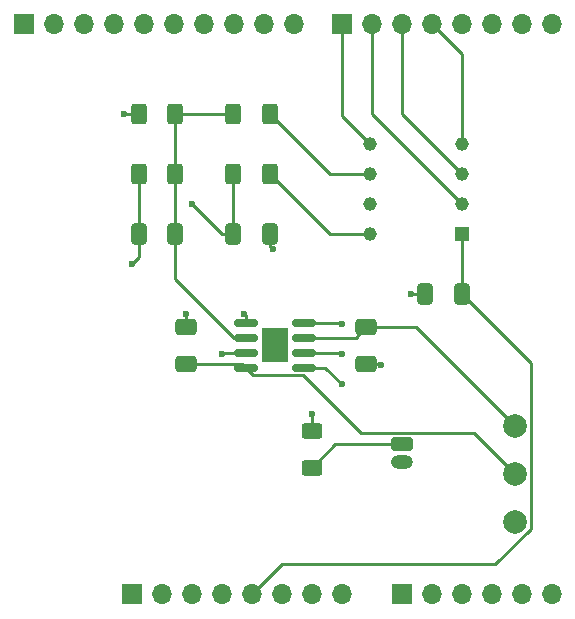
<source format=gbr>
%TF.GenerationSoftware,KiCad,Pcbnew,7.0.11-7.0.11~ubuntu22.04.1*%
%TF.CreationDate,2024-03-05T16:18:52-05:00*%
%TF.ProjectId,PCB,5043422e-6b69-4636-9164-5f7063625858,rev?*%
%TF.SameCoordinates,Original*%
%TF.FileFunction,Copper,L1,Top*%
%TF.FilePolarity,Positive*%
%FSLAX46Y46*%
G04 Gerber Fmt 4.6, Leading zero omitted, Abs format (unit mm)*
G04 Created by KiCad (PCBNEW 7.0.11-7.0.11~ubuntu22.04.1) date 2024-03-05 16:18:52*
%MOMM*%
%LPD*%
G01*
G04 APERTURE LIST*
G04 Aperture macros list*
%AMRoundRect*
0 Rectangle with rounded corners*
0 $1 Rounding radius*
0 $2 $3 $4 $5 $6 $7 $8 $9 X,Y pos of 4 corners*
0 Add a 4 corners polygon primitive as box body*
4,1,4,$2,$3,$4,$5,$6,$7,$8,$9,$2,$3,0*
0 Add four circle primitives for the rounded corners*
1,1,$1+$1,$2,$3*
1,1,$1+$1,$4,$5*
1,1,$1+$1,$6,$7*
1,1,$1+$1,$8,$9*
0 Add four rect primitives between the rounded corners*
20,1,$1+$1,$2,$3,$4,$5,0*
20,1,$1+$1,$4,$5,$6,$7,0*
20,1,$1+$1,$6,$7,$8,$9,0*
20,1,$1+$1,$8,$9,$2,$3,0*%
G04 Aperture macros list end*
%TA.AperFunction,ComponentPad*%
%ADD10R,1.700000X1.700000*%
%TD*%
%TA.AperFunction,ComponentPad*%
%ADD11O,1.700000X1.700000*%
%TD*%
%TA.AperFunction,ComponentPad*%
%ADD12C,2.000000*%
%TD*%
%TA.AperFunction,SMDPad,CuDef*%
%ADD13RoundRect,0.250000X-0.400000X-0.625000X0.400000X-0.625000X0.400000X0.625000X-0.400000X0.625000X0*%
%TD*%
%TA.AperFunction,SMDPad,CuDef*%
%ADD14RoundRect,0.250000X0.400000X0.625000X-0.400000X0.625000X-0.400000X-0.625000X0.400000X-0.625000X0*%
%TD*%
%TA.AperFunction,ComponentPad*%
%ADD15R,1.159000X1.159000*%
%TD*%
%TA.AperFunction,ComponentPad*%
%ADD16C,1.159000*%
%TD*%
%TA.AperFunction,SMDPad,CuDef*%
%ADD17RoundRect,0.250000X-0.625000X0.400000X-0.625000X-0.400000X0.625000X-0.400000X0.625000X0.400000X0*%
%TD*%
%TA.AperFunction,SMDPad,CuDef*%
%ADD18RoundRect,0.250000X0.412500X0.650000X-0.412500X0.650000X-0.412500X-0.650000X0.412500X-0.650000X0*%
%TD*%
%TA.AperFunction,SMDPad,CuDef*%
%ADD19RoundRect,0.250000X-0.650000X0.412500X-0.650000X-0.412500X0.650000X-0.412500X0.650000X0.412500X0*%
%TD*%
%TA.AperFunction,SMDPad,CuDef*%
%ADD20RoundRect,0.150000X-0.825000X-0.150000X0.825000X-0.150000X0.825000X0.150000X-0.825000X0.150000X0*%
%TD*%
%TA.AperFunction,SMDPad,CuDef*%
%ADD21R,2.290000X3.000000*%
%TD*%
%TA.AperFunction,SMDPad,CuDef*%
%ADD22RoundRect,0.250000X-0.412500X-0.650000X0.412500X-0.650000X0.412500X0.650000X-0.412500X0.650000X0*%
%TD*%
%TA.AperFunction,ComponentPad*%
%ADD23RoundRect,0.250000X-0.685000X0.335000X-0.685000X-0.335000X0.685000X-0.335000X0.685000X0.335000X0*%
%TD*%
%TA.AperFunction,ComponentPad*%
%ADD24O,1.870000X1.170000*%
%TD*%
%TA.AperFunction,SMDPad,CuDef*%
%ADD25RoundRect,0.250000X0.650000X-0.412500X0.650000X0.412500X-0.650000X0.412500X-0.650000X-0.412500X0*%
%TD*%
%TA.AperFunction,ViaPad*%
%ADD26C,0.600000*%
%TD*%
%TA.AperFunction,Conductor*%
%ADD27C,0.250000*%
%TD*%
G04 APERTURE END LIST*
D10*
%TO.P,J1,1,Pin_1*%
%TO.N,unconnected-(J1-Pin_1-Pad1)*%
X127940000Y-97460000D03*
D11*
%TO.P,J1,2,Pin_2*%
%TO.N,/IOREF*%
X130480000Y-97460000D03*
%TO.P,J1,3,Pin_3*%
%TO.N,/~{RESET}*%
X133020000Y-97460000D03*
%TO.P,J1,4,Pin_4*%
%TO.N,+3V3*%
X135560000Y-97460000D03*
%TO.P,J1,5,Pin_5*%
%TO.N,+5V*%
X138100000Y-97460000D03*
%TO.P,J1,6,Pin_6*%
%TO.N,GND*%
X140640000Y-97460000D03*
%TO.P,J1,7,Pin_7*%
X143180000Y-97460000D03*
%TO.P,J1,8,Pin_8*%
%TO.N,VCC*%
X145720000Y-97460000D03*
%TD*%
D10*
%TO.P,J3,1,Pin_1*%
%TO.N,/A0*%
X150800000Y-97460000D03*
D11*
%TO.P,J3,2,Pin_2*%
%TO.N,/A1*%
X153340000Y-97460000D03*
%TO.P,J3,3,Pin_3*%
%TO.N,/A2*%
X155880000Y-97460000D03*
%TO.P,J3,4,Pin_4*%
%TO.N,/A3*%
X158420000Y-97460000D03*
%TO.P,J3,5,Pin_5*%
%TO.N,/SDA{slash}A4*%
X160960000Y-97460000D03*
%TO.P,J3,6,Pin_6*%
%TO.N,/SCL{slash}A5*%
X163500000Y-97460000D03*
%TD*%
D10*
%TO.P,J2,1,Pin_1*%
%TO.N,unconnected-(J2-Pin_1-Pad1)*%
X118796000Y-49200000D03*
D11*
%TO.P,J2,2,Pin_2*%
%TO.N,unconnected-(J2-Pin_2-Pad2)*%
X121336000Y-49200000D03*
%TO.P,J2,3,Pin_3*%
%TO.N,/AREF*%
X123876000Y-49200000D03*
%TO.P,J2,4,Pin_4*%
%TO.N,GND*%
X126416000Y-49200000D03*
%TO.P,J2,5,Pin_5*%
%TO.N,/13*%
X128956000Y-49200000D03*
%TO.P,J2,6,Pin_6*%
%TO.N,/12*%
X131496000Y-49200000D03*
%TO.P,J2,7,Pin_7*%
%TO.N,/\u002A11*%
X134036000Y-49200000D03*
%TO.P,J2,8,Pin_8*%
%TO.N,/\u002A10*%
X136576000Y-49200000D03*
%TO.P,J2,9,Pin_9*%
%TO.N,/\u002A9*%
X139116000Y-49200000D03*
%TO.P,J2,10,Pin_10*%
%TO.N,/8*%
X141656000Y-49200000D03*
%TD*%
D10*
%TO.P,J4,1,Pin_1*%
%TO.N,/7*%
X145720000Y-49200000D03*
D11*
%TO.P,J4,2,Pin_2*%
%TO.N,/\u002A6*%
X148260000Y-49200000D03*
%TO.P,J4,3,Pin_3*%
%TO.N,/\u002A5*%
X150800000Y-49200000D03*
%TO.P,J4,4,Pin_4*%
%TO.N,/4*%
X153340000Y-49200000D03*
%TO.P,J4,5,Pin_5*%
%TO.N,/\u002A3*%
X155880000Y-49200000D03*
%TO.P,J4,6,Pin_6*%
%TO.N,/2*%
X158420000Y-49200000D03*
%TO.P,J4,7,Pin_7*%
%TO.N,/TX{slash}1*%
X160960000Y-49200000D03*
%TO.P,J4,8,Pin_8*%
%TO.N,/RX{slash}0*%
X163500000Y-49200000D03*
%TD*%
D12*
%TO.P,J8,1,Pin_1*%
%TO.N,GND*%
X160401200Y-91350000D03*
%TD*%
D13*
%TO.P,R1,1*%
%TO.N,Net-(C2-Pad1)*%
X136550000Y-56820000D03*
%TO.P,R1,2*%
%TO.N,Net-(U1-Vref)*%
X139650000Y-56820000D03*
%TD*%
D14*
%TO.P,R3,1*%
%TO.N,Net-(U1-Vout)*%
X139650000Y-61900000D03*
%TO.P,R3,2*%
%TO.N,Net-(C1-Pad1)*%
X136550000Y-61900000D03*
%TD*%
D15*
%TO.P,U1,1,Vdd*%
%TO.N,+5V*%
X155880000Y-66980000D03*
D16*
%TO.P,U1,2,~{CS}*%
%TO.N,/\u002A6*%
X155880000Y-64440000D03*
%TO.P,U1,3,SCK*%
%TO.N,/\u002A5*%
X155880000Y-61900000D03*
%TO.P,U1,4,SDI*%
%TO.N,/4*%
X155880000Y-59360000D03*
%TO.P,U1,5,~{LDAC}*%
%TO.N,/7*%
X148070000Y-59360000D03*
%TO.P,U1,6,Vref*%
%TO.N,Net-(U1-Vref)*%
X148070000Y-61900000D03*
%TO.P,U1,7,Vss*%
%TO.N,GND*%
X148070000Y-64440000D03*
%TO.P,U1,8,Vout*%
%TO.N,Net-(U1-Vout)*%
X148070000Y-66980000D03*
%TD*%
D17*
%TO.P,R5,1*%
%TO.N,Net-(C2-Pad2)*%
X143180000Y-83660000D03*
%TO.P,R5,2*%
%TO.N,Net-(J6-Pin_1)*%
X143180000Y-86760000D03*
%TD*%
D18*
%TO.P,C5,1*%
%TO.N,+5V*%
X155880000Y-72060000D03*
%TO.P,C5,2*%
%TO.N,GND*%
X152755000Y-72060000D03*
%TD*%
D19*
%TO.P,C3,1*%
%TO.N,HT*%
X147814076Y-74827500D03*
%TO.P,C3,2*%
%TO.N,GND*%
X147814076Y-77952500D03*
%TD*%
D20*
%TO.P,U2,1*%
%TO.N,GND*%
X137595000Y-74485000D03*
%TO.P,U2,2*%
%TO.N,Net-(C2-Pad1)*%
X137595000Y-75755000D03*
%TO.P,U2,3*%
%TO.N,Net-(C1-Pad1)*%
X137595000Y-77025000D03*
%TO.P,U2,4*%
%TO.N,-VSW*%
X137595000Y-78295000D03*
%TO.P,U2,5*%
%TO.N,Net-(U2-Pad5)*%
X142545000Y-78295000D03*
%TO.P,U2,6*%
%TO.N,Net-(C2-Pad2)*%
X142545000Y-77025000D03*
%TO.P,U2,7*%
%TO.N,HT*%
X142545000Y-75755000D03*
%TO.P,U2,8*%
%TO.N,Net-(U2-Pad5)*%
X142545000Y-74485000D03*
D21*
%TO.P,U2,9*%
%TO.N,N/C*%
X140070000Y-76390000D03*
%TD*%
D18*
%TO.P,C2,1*%
%TO.N,Net-(C2-Pad1)*%
X131636786Y-66980000D03*
%TO.P,C2,2*%
%TO.N,Net-(C2-Pad2)*%
X128511786Y-66980000D03*
%TD*%
D22*
%TO.P,C1,1*%
%TO.N,Net-(C1-Pad1)*%
X136537500Y-66980000D03*
%TO.P,C1,2*%
%TO.N,GND*%
X139662500Y-66980000D03*
%TD*%
D12*
%TO.P,J5,1,Pin_1*%
%TO.N,HT*%
X160401200Y-83250000D03*
%TD*%
D23*
%TO.P,J6,1,Pin_1*%
%TO.N,Net-(J6-Pin_1)*%
X150800000Y-84760000D03*
D24*
%TO.P,J6,2,Pin_2*%
%TO.N,GND*%
X150800000Y-86260000D03*
%TD*%
D12*
%TO.P,J7,1,Pin_1*%
%TO.N,-VSW*%
X160401200Y-87300000D03*
%TD*%
D25*
%TO.P,C4,1*%
%TO.N,-VSW*%
X132574076Y-77952500D03*
%TO.P,C4,2*%
%TO.N,GND*%
X132574076Y-74827500D03*
%TD*%
D13*
%TO.P,R2,1*%
%TO.N,GND*%
X128524286Y-56820000D03*
%TO.P,R2,2*%
%TO.N,Net-(C2-Pad1)*%
X131624286Y-56820000D03*
%TD*%
D14*
%TO.P,R4,1*%
%TO.N,Net-(C2-Pad1)*%
X131624286Y-61900000D03*
%TO.P,R4,2*%
%TO.N,Net-(C2-Pad2)*%
X128524286Y-61900000D03*
%TD*%
D26*
%TO.N,GND*%
X151562000Y-72060000D03*
X149022000Y-78029000D03*
X139878000Y-68250000D03*
X137465000Y-73711000D03*
X132512000Y-73711000D03*
X127305000Y-56820000D03*
%TO.N,Net-(C1-Pad1)*%
X135560000Y-77140000D03*
X133020000Y-64440000D03*
%TO.N,Net-(C2-Pad2)*%
X143180000Y-82220000D03*
X145720000Y-77140000D03*
X127940000Y-69520000D03*
%TO.N,Net-(U2-Pad5)*%
X145720000Y-74600000D03*
X145720000Y-79680000D03*
%TD*%
D27*
%TO.N,GND*%
X152755000Y-72060000D02*
X151562000Y-72060000D01*
X147814076Y-77952500D02*
X148945500Y-77952500D01*
X148945500Y-77952500D02*
X149022000Y-78029000D01*
X139662500Y-66980000D02*
X139662500Y-68034500D01*
X139662500Y-68034500D02*
X139878000Y-68250000D01*
X137595000Y-74485000D02*
X137595000Y-73841000D01*
X137595000Y-73841000D02*
X137465000Y-73711000D01*
X132574076Y-74827500D02*
X132574076Y-73773076D01*
X132574076Y-73773076D02*
X132512000Y-73711000D01*
X128524286Y-56820000D02*
X127305000Y-56820000D01*
%TO.N,+5V*%
X155880000Y-66980000D02*
X155880000Y-72060000D01*
X161726200Y-91898833D02*
X158705033Y-94920000D01*
X158705033Y-94920000D02*
X140640000Y-94920000D01*
X161726200Y-77906200D02*
X161726200Y-91898833D01*
X155880000Y-72060000D02*
X161726200Y-77906200D01*
X140640000Y-94920000D02*
X138100000Y-97460000D01*
%TO.N,/7*%
X148070000Y-59360000D02*
X145720000Y-57010000D01*
X145720000Y-57010000D02*
X145720000Y-49200000D01*
%TO.N,/4*%
X155880000Y-59360000D02*
X155880000Y-51740000D01*
X155880000Y-51740000D02*
X153340000Y-49200000D01*
%TO.N,/\u002A6*%
X155880000Y-64440000D02*
X148260000Y-56820000D01*
X148260000Y-56820000D02*
X148260000Y-49200000D01*
%TO.N,/\u002A5*%
X150800000Y-56820000D02*
X150800000Y-49200000D01*
X155880000Y-61900000D02*
X150800000Y-56820000D01*
%TO.N,Net-(C1-Pad1)*%
X136550000Y-61900000D02*
X136550000Y-66967500D01*
X137595000Y-77025000D02*
X135675000Y-77025000D01*
X135560000Y-66980000D02*
X133020000Y-64440000D01*
X135675000Y-77025000D02*
X135560000Y-77140000D01*
X136550000Y-66992500D02*
X136537500Y-66980000D01*
X136550000Y-66967500D02*
X136537500Y-66980000D01*
X136537500Y-66980000D02*
X135560000Y-66980000D01*
%TO.N,Net-(J6-Pin_1)*%
X143180000Y-86760000D02*
X145180000Y-84760000D01*
X145180000Y-84760000D02*
X150800000Y-84760000D01*
%TO.N,Net-(U1-Vref)*%
X148070000Y-61900000D02*
X144730000Y-61900000D01*
X144730000Y-61900000D02*
X139650000Y-56820000D01*
%TO.N,Net-(U1-Vout)*%
X144730000Y-66980000D02*
X139650000Y-61900000D01*
X148070000Y-66980000D02*
X144730000Y-66980000D01*
%TO.N,Net-(C2-Pad1)*%
X131624286Y-66967500D02*
X131636786Y-66980000D01*
X136550000Y-56820000D02*
X131624286Y-56820000D01*
X137595000Y-75755000D02*
X136620001Y-75755000D01*
X131636786Y-70771785D02*
X131636786Y-66980000D01*
X131624286Y-61900000D02*
X131624286Y-66967500D01*
X136620001Y-75755000D02*
X131636786Y-70771785D01*
X131624286Y-61900000D02*
X131624286Y-56820000D01*
%TO.N,Net-(C2-Pad2)*%
X143180000Y-83660000D02*
X143180000Y-82220000D01*
X128524286Y-61900000D02*
X128524286Y-66967500D01*
X128524286Y-66967500D02*
X128511786Y-66980000D01*
X128511786Y-66980000D02*
X128511786Y-68948214D01*
X142545000Y-77025000D02*
X145605000Y-77025000D01*
X145605000Y-77025000D02*
X145720000Y-77140000D01*
X128511786Y-68948214D02*
X127940000Y-69520000D01*
%TO.N,Net-(U2-Pad5)*%
X145605000Y-74485000D02*
X145720000Y-74600000D01*
X142545000Y-74485000D02*
X145605000Y-74485000D01*
X142545000Y-78295000D02*
X144335000Y-78295000D01*
X144335000Y-78295000D02*
X145720000Y-79680000D01*
%TO.N,-VSW*%
X132574076Y-77952500D02*
X137252500Y-77952500D01*
X138220000Y-78920000D02*
X137595000Y-78295000D01*
X156951200Y-83850000D02*
X147350000Y-83850000D01*
X147350000Y-83850000D02*
X142420000Y-78920000D01*
X160401200Y-87300000D02*
X156951200Y-83850000D01*
X142420000Y-78920000D02*
X138220000Y-78920000D01*
X137252500Y-77952500D02*
X137595000Y-78295000D01*
%TO.N,HT*%
X146886576Y-75755000D02*
X142545000Y-75755000D01*
X147814076Y-74827500D02*
X146886576Y-75755000D01*
X147814076Y-74827500D02*
X151978700Y-74827500D01*
X151978700Y-74827500D02*
X160401200Y-83250000D01*
%TD*%
M02*

</source>
